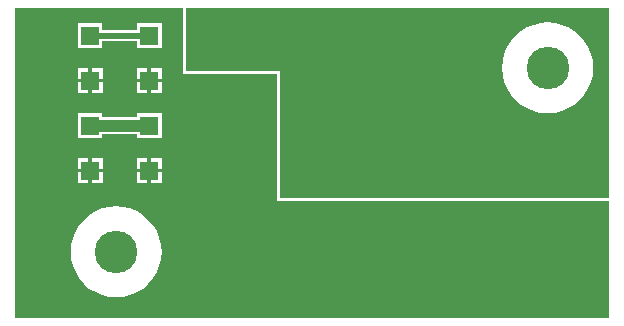
<source format=gbl>
%FSLAX44Y44*%
%MOMM*%
G71*
G01*
G75*
G04 Layer_Physical_Order=2*
G04 Layer_Color=16711680*
%ADD10R,1.7000X1.2500*%
%ADD11R,10.0000X13.5000*%
%ADD12R,1.8000X4.0000*%
G04:AMPARAMS|DCode=13|XSize=0.7mm|YSize=1.1mm|CornerRadius=0mm|HoleSize=0mm|Usage=FLASHONLY|Rotation=270.000|XOffset=0mm|YOffset=0mm|HoleType=Round|Shape=Octagon|*
%AMOCTAGOND13*
4,1,8,0.5500,0.1750,0.5500,-0.1750,0.3750,-0.3500,-0.3750,-0.3500,-0.5500,-0.1750,-0.5500,0.1750,-0.3750,0.3500,0.3750,0.3500,0.5500,0.1750,0.0*
%
%ADD13OCTAGOND13*%

%ADD14R,1.1000X0.7000*%
%ADD15R,0.9500X1.0000*%
%ADD16R,4.0000X2.5000*%
%ADD17R,1.6000X1.8000*%
%ADD18R,1.4500X2.8000*%
%ADD19R,1.1000X0.9500*%
%ADD20C,0.5000*%
%ADD21C,1.0000*%
%ADD22C,0.6800*%
%ADD23C,0.3000*%
%ADD24R,1.6000X1.6000*%
%ADD25C,3.6000*%
%ADD26O,3.5000X3.0000*%
%ADD27R,3.5000X3.0000*%
%ADD28C,0.8000*%
G36*
X506534Y105250D02*
X228250D01*
Y212750D01*
X148250D01*
Y266534D01*
X506534D01*
Y105250D01*
D02*
G37*
G36*
X145750Y210250D02*
X225750D01*
Y102750D01*
X506534D01*
Y3467D01*
X3467D01*
Y266534D01*
X145750D01*
Y210250D01*
D02*
G37*
%LPC*%
G36*
X77792Y139041D02*
X68752D01*
Y130001D01*
X77792D01*
Y139041D01*
D02*
G37*
G36*
X65752D02*
X56712D01*
Y130001D01*
X65752D01*
Y139041D01*
D02*
G37*
G36*
X127792D02*
X118752D01*
Y130001D01*
X127792D01*
Y139041D01*
D02*
G37*
G36*
X115752D02*
X106712D01*
Y130001D01*
X115752D01*
Y139041D01*
D02*
G37*
G36*
X127792Y127001D02*
X118752D01*
Y117961D01*
X127792D01*
Y127001D01*
D02*
G37*
G36*
X65752D02*
X56712D01*
Y117961D01*
X65752D01*
Y127001D01*
D02*
G37*
G36*
X89250Y98270D02*
X83224Y97795D01*
X77347Y96384D01*
X71763Y94071D01*
X66609Y90913D01*
X62013Y86988D01*
X58088Y82392D01*
X54930Y77238D01*
X52617Y71654D01*
X51206Y65777D01*
X50731Y59751D01*
X51206Y53725D01*
X52617Y47848D01*
X54930Y42264D01*
X58088Y37110D01*
X62013Y32514D01*
X66609Y28589D01*
X71763Y25430D01*
X77347Y23117D01*
X83224Y21706D01*
X89250Y21232D01*
X95276Y21706D01*
X101153Y23117D01*
X106737Y25430D01*
X111891Y28589D01*
X116487Y32514D01*
X120413Y37110D01*
X123571Y42264D01*
X125884Y47848D01*
X127295Y53725D01*
X127769Y59751D01*
X127295Y65777D01*
X125884Y71654D01*
X123571Y77238D01*
X120413Y82392D01*
X116487Y86988D01*
X111891Y90913D01*
X106737Y94071D01*
X101153Y96384D01*
X95276Y97795D01*
X89250Y98270D01*
D02*
G37*
G36*
X115752Y127001D02*
X106712D01*
Y117961D01*
X115752D01*
Y127001D01*
D02*
G37*
G36*
X77792D02*
X68752D01*
Y117961D01*
X77792D01*
Y127001D01*
D02*
G37*
G36*
Y215241D02*
X68752D01*
Y206201D01*
X77792D01*
Y215241D01*
D02*
G37*
G36*
X65752D02*
X56712D01*
Y206201D01*
X65752D01*
Y215241D01*
D02*
G37*
G36*
X115752D02*
X106712D01*
Y206201D01*
X115752D01*
Y215241D01*
D02*
G37*
G36*
X127652Y253201D02*
X106852D01*
Y247797D01*
X77652D01*
Y253201D01*
X56852D01*
Y232401D01*
X77652D01*
Y237805D01*
X106852D01*
Y232401D01*
X127652D01*
Y253201D01*
D02*
G37*
G36*
X127792Y215241D02*
X118752D01*
Y206201D01*
X127792D01*
Y215241D01*
D02*
G37*
G36*
Y203201D02*
X118752D01*
Y194161D01*
X127792D01*
Y203201D01*
D02*
G37*
G36*
X454500Y254019D02*
X448475Y253545D01*
X442597Y252134D01*
X437013Y249821D01*
X431859Y246663D01*
X427263Y242737D01*
X423338Y238141D01*
X420180Y232987D01*
X417867Y227403D01*
X416456Y221526D01*
X415981Y215500D01*
X416456Y209475D01*
X417867Y203597D01*
X420180Y198013D01*
X423338Y192860D01*
X427263Y188263D01*
X431859Y184338D01*
X437013Y181180D01*
X442597Y178867D01*
X448475Y177456D01*
X454500Y176982D01*
X460526Y177456D01*
X466403Y178867D01*
X471987Y181180D01*
X477141Y184338D01*
X481737Y188263D01*
X485662Y192860D01*
X488821Y198013D01*
X491134Y203597D01*
X492545Y209475D01*
X493019Y215500D01*
X492545Y221526D01*
X491134Y227403D01*
X488821Y232987D01*
X485662Y238141D01*
X481737Y242737D01*
X477141Y246663D01*
X471987Y249821D01*
X466403Y252134D01*
X460526Y253545D01*
X454500Y254019D01*
D02*
G37*
G36*
X127652Y177001D02*
X106852D01*
Y174065D01*
X77652D01*
Y177001D01*
X56852D01*
Y156201D01*
X77652D01*
Y159137D01*
X106852D01*
Y156201D01*
X127652D01*
Y177001D01*
D02*
G37*
G36*
X65752Y203201D02*
X56712D01*
Y194161D01*
X65752D01*
Y203201D01*
D02*
G37*
G36*
X115752D02*
X106712D01*
Y194161D01*
X115752D01*
Y203201D01*
D02*
G37*
G36*
X77792D02*
X68752D01*
Y194161D01*
X77792D01*
Y203201D01*
D02*
G37*
%LPD*%
D20*
X67252Y242801D02*
X117252D01*
D21*
X67252Y166601D02*
X117252D01*
D24*
X67252D02*
D03*
X117252D02*
D03*
X67252Y128501D02*
D03*
X117252D02*
D03*
X67252Y242801D02*
D03*
X117252D02*
D03*
X67252Y204701D02*
D03*
X117252D02*
D03*
D25*
X89250Y59751D02*
D03*
X454500Y215500D02*
D03*
D26*
Y124950D02*
D03*
D27*
Y74950D02*
D03*
D28*
X318750Y30250D02*
D03*
X306250D02*
D03*
X293750D02*
D03*
X324750Y138000D02*
D03*
X302813Y138100D02*
D03*
Y162700D02*
D03*
Y187050D02*
D03*
X324750Y187300D02*
D03*
Y162700D02*
D03*
X302813Y211650D02*
D03*
X324750Y211900D02*
D03*
Y236500D02*
D03*
X237000Y236250D02*
D03*
X258938Y236500D02*
D03*
X280875D02*
D03*
X302813Y236250D02*
D03*
X280875Y211900D02*
D03*
X258938D02*
D03*
X237000Y211650D02*
D03*
X280875Y187300D02*
D03*
X258938D02*
D03*
X237000Y187050D02*
D03*
X280875Y162700D02*
D03*
X258938D02*
D03*
X237000Y162450D02*
D03*
X280875Y138100D02*
D03*
X258938D02*
D03*
X237000Y137850D02*
D03*
X324750Y113500D02*
D03*
X302813Y113250D02*
D03*
X280875Y113500D02*
D03*
X258938D02*
D03*
X237000Y113250D02*
D03*
X293750Y42000D02*
D03*
X306250D02*
D03*
X318750D02*
D03*
M02*

</source>
